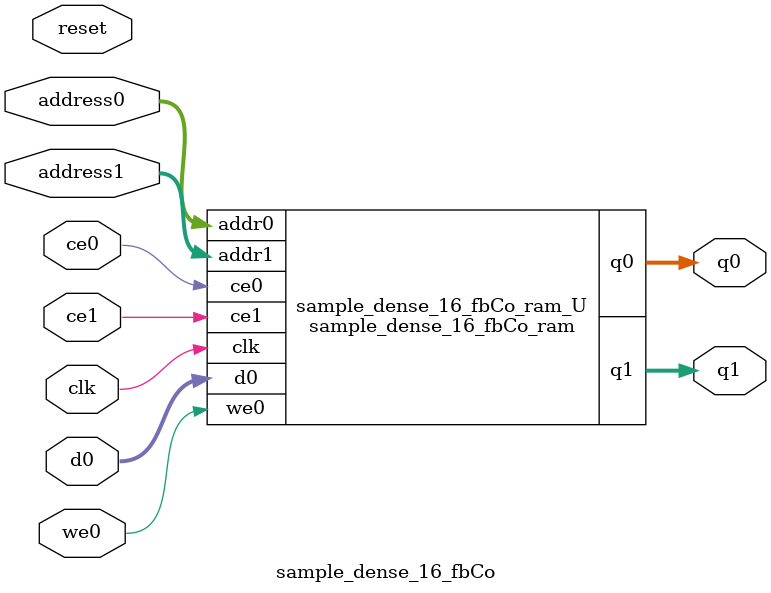
<source format=v>

`timescale 1 ns / 1 ps
module sample_dense_16_fbCo_ram (addr0, ce0, d0, we0, q0, addr1, ce1, q1,  clk);

parameter DWIDTH = 32;
parameter AWIDTH = 5;
parameter MEM_SIZE = 32;

input[AWIDTH-1:0] addr0;
input ce0;
input[DWIDTH-1:0] d0;
input we0;
output reg[DWIDTH-1:0] q0;
input[AWIDTH-1:0] addr1;
input ce1;
output reg[DWIDTH-1:0] q1;
input clk;

(* ram_style = "block" *)reg [DWIDTH-1:0] ram[0:MEM_SIZE-1];




always @(posedge clk)  
begin 
    if (ce0) 
    begin
        if (we0) 
        begin 
            ram[addr0] <= d0; 
            q0 <= d0;
        end 
        else 
            q0 <= ram[addr0];
    end
end


always @(posedge clk)  
begin 
    if (ce1) 
    begin
            q1 <= ram[addr1];
    end
end


endmodule


`timescale 1 ns / 1 ps
module sample_dense_16_fbCo(
    reset,
    clk,
    address0,
    ce0,
    we0,
    d0,
    q0,
    address1,
    ce1,
    q1);

parameter DataWidth = 32'd32;
parameter AddressRange = 32'd32;
parameter AddressWidth = 32'd5;
input reset;
input clk;
input[AddressWidth - 1:0] address0;
input ce0;
input we0;
input[DataWidth - 1:0] d0;
output[DataWidth - 1:0] q0;
input[AddressWidth - 1:0] address1;
input ce1;
output[DataWidth - 1:0] q1;



sample_dense_16_fbCo_ram sample_dense_16_fbCo_ram_U(
    .clk( clk ),
    .addr0( address0 ),
    .ce0( ce0 ),
    .we0( we0 ),
    .d0( d0 ),
    .q0( q0 ),
    .addr1( address1 ),
    .ce1( ce1 ),
    .q1( q1 ));

endmodule


</source>
